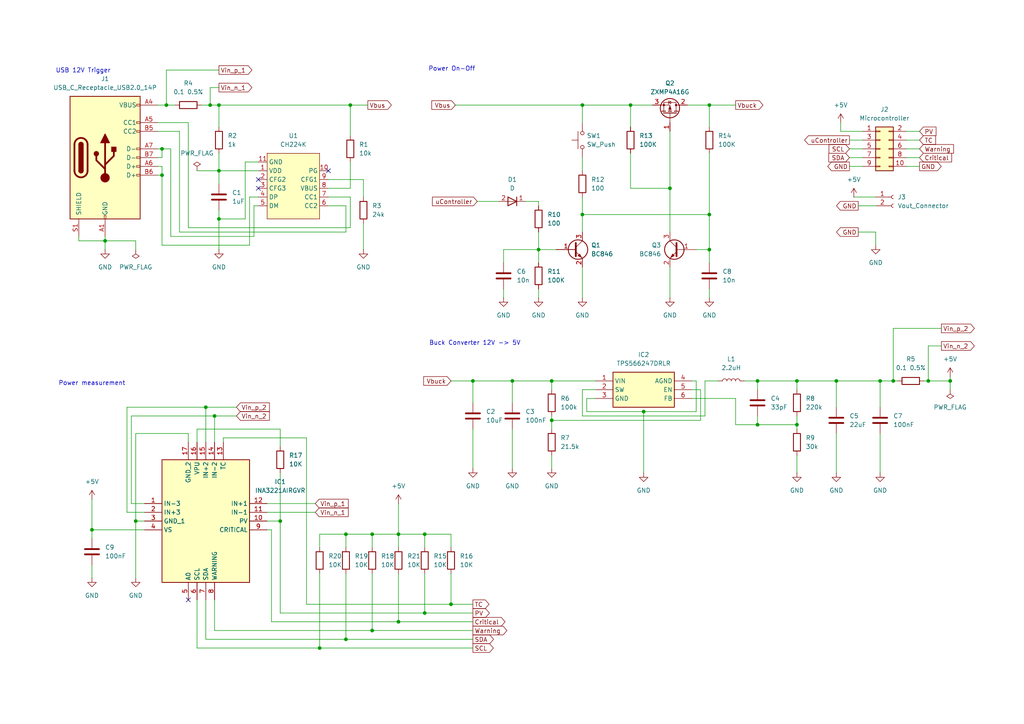
<source format=kicad_sch>
(kicad_sch (version 20231120) (generator "eeschema") (generator_version "8.0")
  (paper "A4")
  (lib_symbols
    (symbol "Connector:Conn_01x02_Socket" (pin_names (offset 1.016) hide)
      (property "Reference" "J" (at 0 2.54 0))
      (property "Value" "Conn_01x02_Socket" (at 0 -5.08 0))
      (symbol "Conn_01x02_Socket_1_1"
        (arc (start 0 -2.032) (mid -0.5058 -2.54) (end 0 -3.048) (stroke (width 0.1524)))
        (polyline (pts (xy -1.27 -2.54) (xy -0.508 -2.54)) (stroke (width 0.1524)))
        (polyline (pts (xy -1.27 0) (xy -0.508 0)) (stroke (width 0.1524)))
        (arc (start 0 0.508) (mid -0.5058 0) (end 0 -0.508) (stroke (width 0.1524)))
        (pin passive line (at -5.08 0 0) (length 3.81) (name "Pin_1") (number "1"))
        (pin passive line (at -5.08 -2.54 0) (length 3.81) (name "Pin_2") (number "2"))
      )
    )
    (symbol "Connector:USB_C_Receptacle_USB2.0_14P" (pin_names (offset 1.016))
      (property "Reference" "J" (at 0 22.225 0))
      (property "Value" "USB_C_Receptacle_USB2.0_14P" (at 0 19.685 0))
      (symbol "USB_C_Receptacle_USB2.0_14P_0_0"
        (rectangle (start -0.254 -17.78) (end 0.254 -16.764))
        (rectangle (start 10.16 -4.826) (end 9.144 -5.334))
        (rectangle (start 10.16 -2.286) (end 9.144 -2.794))
        (rectangle (start 10.16 0.254) (end 9.144 -0.254))
        (rectangle (start 10.16 2.794) (end 9.144 2.286))
        (rectangle (start 10.16 7.874) (end 9.144 7.366))
        (rectangle (start 10.16 10.414) (end 9.144 9.906))
        (rectangle (start 10.16 15.494) (end 9.144 14.986))
      )
      (symbol "USB_C_Receptacle_USB2.0_14P_0_1"
        (rectangle (start -10.16 17.78) (end 10.16 -17.78) (stroke (width 0.254)) (fill (type background)))
        (arc (start -8.89 -3.81) (mid -6.985 -5.7067) (end -5.08 -3.81) (stroke (width 0.508)))
        (arc (start -7.62 -3.81) (mid -6.985 -4.4423) (end -6.35 -3.81) (stroke (width 0.254)))
        (arc (start -7.62 -3.81) (mid -6.985 -4.4423) (end -6.35 -3.81) (stroke (width 0.254)) (fill (type outline)))
        (rectangle (start -7.62 -3.81) (end -6.35 3.81) (stroke (width 0.254)) (fill (type outline)))
        (arc (start -6.35 3.81) (mid -6.985 4.4423) (end -7.62 3.81) (stroke (width 0.254)))
        (arc (start -6.35 3.81) (mid -6.985 4.4423) (end -7.62 3.81) (stroke (width 0.254)) (fill (type outline)))
        (arc (start -5.08 3.81) (mid -6.985 5.7067) (end -8.89 3.81) (stroke (width 0.508)))
        (circle (center -2.54 1.143) (radius 0.635) (stroke (width 0.254)) (fill (type outline)))
        (circle (center 0 -5.842) (radius 1.27) (fill (type outline)))
        (polyline (pts (xy -8.89 -3.81) (xy -8.89 3.81)) (stroke (width 0.508)))
        (polyline (pts (xy -5.08 3.81) (xy -5.08 -3.81)) (stroke (width 0.508)))
        (polyline (pts (xy 0 -5.842) (xy 0 4.318)) (stroke (width 0.508)))
        (polyline (pts (xy 0 -3.302) (xy -2.54 -0.762) (xy -2.54 0.508)) (stroke (width 0.508)))
        (polyline (pts (xy 0 -2.032) (xy 2.54 0.508) (xy 2.54 1.778)) (stroke (width 0.508)))
        (polyline (pts (xy -1.27 4.318) (xy 0 6.858) (xy 1.27 4.318) (xy -1.27 4.318)) (stroke (width 0.254)) (fill (type outline)))
        (rectangle (start 1.905 1.778) (end 3.175 3.048) (stroke (width 0.254)) (fill (type outline)))
      )
      (symbol "USB_C_Receptacle_USB2.0_14P_1_1"
        (pin passive line (at 0 -22.86 90) (length 5.08) (name "GND") (number "A1"))
        (pin passive line (at 0 -22.86 90) (length 5.08) hide (name "GND") (number "A12"))
        (pin passive line (at 15.24 15.24 180) (length 5.08) (name "VBUS") (number "A4"))
        (pin bidirectional line (at 15.24 10.16 180) (length 5.08) (name "CC1") (number "A5"))
        (pin bidirectional line (at 15.24 -2.54 180) (length 5.08) (name "D+") (number "A6"))
        (pin bidirectional line (at 15.24 2.54 180) (length 5.08) (name "D-") (number "A7"))
        (pin passive line (at 15.24 15.24 180) (length 5.08) hide (name "VBUS") (number "A9"))
        (pin passive line (at 0 -22.86 90) (length 5.08) hide (name "GND") (number "B1"))
        (pin passive line (at 0 -22.86 90) (length 5.08) hide (name "GND") (number "B12"))
        (pin passive line (at 15.24 15.24 180) (length 5.08) hide (name "VBUS") (number "B4"))
        (pin bidirectional line (at 15.24 7.62 180) (length 5.08) (name "CC2") (number "B5"))
        (pin bidirectional line (at 15.24 -5.08 180) (length 5.08) (name "D+") (number "B6"))
        (pin bidirectional line (at 15.24 0 180) (length 5.08) (name "D-") (number "B7"))
        (pin passive line (at 15.24 15.24 180) (length 5.08) hide (name "VBUS") (number "B9"))
        (pin passive line (at -7.62 -22.86 90) (length 5.08) (name "SHIELD") (number "S1"))
      )
    )
    (symbol "Connector_Generic:Conn_02x05_Odd_Even" (pin_names (offset 1.016) hide)
      (property "Reference" "J" (at 1.27 7.62 0))
      (property "Value" "Conn_02x05_Odd_Even" (at 1.27 -7.62 0))
      (symbol "Conn_02x05_Odd_Even_1_1"
        (rectangle (start -1.27 -4.953) (end 0 -5.207) (stroke (width 0.1524)))
        (rectangle (start -1.27 -2.413) (end 0 -2.667) (stroke (width 0.1524)))
        (rectangle (start -1.27 0.127) (end 0 -0.127) (stroke (width 0.1524)))
        (rectangle (start -1.27 2.667) (end 0 2.413) (stroke (width 0.1524)))
        (rectangle (start -1.27 5.207) (end 0 4.953) (stroke (width 0.1524)))
        (rectangle (start -1.27 6.35) (end 3.81 -6.35) (stroke (width 0.254)) (fill (type background)))
        (rectangle (start 3.81 -4.953) (end 2.54 -5.207) (stroke (width 0.1524)))
        (rectangle (start 3.81 -2.413) (end 2.54 -2.667) (stroke (width 0.1524)))
        (rectangle (start 3.81 0.127) (end 2.54 -0.127) (stroke (width 0.1524)))
        (rectangle (start 3.81 2.667) (end 2.54 2.413) (stroke (width 0.1524)))
        (rectangle (start 3.81 5.207) (end 2.54 4.953) (stroke (width 0.1524)))
        (pin passive line (at -5.08 5.08 0) (length 3.81) (name "Pin_1") (number "1"))
        (pin passive line (at 7.62 -5.08 180) (length 3.81) (name "Pin_10") (number "10"))
        (pin passive line (at 7.62 5.08 180) (length 3.81) (name "Pin_2") (number "2"))
        (pin passive line (at -5.08 2.54 0) (length 3.81) (name "Pin_3") (number "3"))
        (pin passive line (at 7.62 2.54 180) (length 3.81) (name "Pin_4") (number "4"))
        (pin passive line (at -5.08 0 0) (length 3.81) (name "Pin_5") (number "5"))
        (pin passive line (at 7.62 0 180) (length 3.81) (name "Pin_6") (number "6"))
        (pin passive line (at -5.08 -2.54 0) (length 3.81) (name "Pin_7") (number "7"))
        (pin passive line (at 7.62 -2.54 180) (length 3.81) (name "Pin_8") (number "8"))
        (pin passive line (at -5.08 -5.08 0) (length 3.81) (name "Pin_9") (number "9"))
      )
    )
    (symbol "Device:C" (pin_numbers hide) (pin_names (offset 0.254))
      (property "Reference" "C" (at 0.635 2.54 0))
      (property "Value" "C" (at 0.635 -2.54 0))
      (symbol "C_0_1"
        (polyline (pts (xy -2.032 -0.762) (xy 2.032 -0.762)) (stroke (width 0.508)))
        (polyline (pts (xy -2.032 0.762) (xy 2.032 0.762)) (stroke (width 0.508)))
      )
      (symbol "C_1_1"
        (pin passive line (at 0 3.81 270) (length 2.794) (name "~") (number "1"))
        (pin passive line (at 0 -3.81 90) (length 2.794) (name "~") (number "2"))
      )
    )
    (symbol "Device:L" (pin_numbers hide) (pin_names (offset 1.016) hide)
      (property "Reference" "L" (at -1.27 0 90))
      (property "Value" "L" (at 1.905 0 90))
      (symbol "L_0_1"
        (arc (start 0 -2.54) (mid 0.6323 -1.905) (end 0 -1.27))
        (arc (start 0 -1.27) (mid 0.6323 -0.635) (end 0 0))
        (arc (start 0 0) (mid 0.6323 0.635) (end 0 1.27))
        (arc (start 0 1.27) (mid 0.6323 1.905) (end 0 2.54))
      )
      (symbol "L_1_1"
        (pin passive line (at 0 3.81 270) (length 1.27) (name "1") (number "1"))
        (pin passive line (at 0 -3.81 90) (length 1.27) (name "2") (number "2"))
      )
    )
    (symbol "Device:R" (pin_numbers hide) (pin_names (offset 0))
      (property "Reference" "R" (at 2.032 0 90))
      (property "Value" "R" (at 0 0 90))
      (symbol "R_0_1"
        (rectangle (start -1.016 -2.54) (end 1.016 2.54) (stroke (width 0.254)))
      )
      (symbol "R_1_1"
        (pin passive line (at 0 3.81 270) (length 1.27) (name "~") (number "1"))
        (pin passive line (at 0 -3.81 90) (length 1.27) (name "~") (number "2"))
      )
    )
    (symbol "INA3221AIRGVR:INA3221AIRGVR"
      (property "Reference" "IC" (at 31.75 17.78 0))
      (property "Value" "INA3221AIRGVR" (at 31.75 15.24 0))
      (symbol "INA3221AIRGVR_1_1"
        (rectangle (start 5.08 12.7) (end 30.48 -22.86) (stroke (width 0.254)) (fill (type background)))
        (pin passive line (at 0 0 0) (length 5.08) (name "IN-3") (number "1"))
        (pin passive line (at 35.56 -5.08 180) (length 5.08) (name "PV") (number "10"))
        (pin passive line (at 35.56 -2.54 180) (length 5.08) (name "IN-1") (number "11"))
        (pin passive line (at 35.56 0 180) (length 5.08) (name "IN+1") (number "12"))
        (pin passive line (at 22.86 17.78 270) (length 5.08) (name "TC") (number "13"))
        (pin passive line (at 20.32 17.78 270) (length 5.08) (name "IN-2") (number "14"))
        (pin passive line (at 17.78 17.78 270) (length 5.08) (name "IN+2") (number "15"))
        (pin passive line (at 15.24 17.78 270) (length 5.08) (name "VPU") (number "16"))
        (pin passive line (at 12.7 17.78 270) (length 5.08) (name "GND_2") (number "17"))
        (pin passive line (at 0 -2.54 0) (length 5.08) (name "IN+3") (number "2"))
        (pin passive line (at 0 -5.08 0) (length 5.08) (name "GND_1") (number "3"))
        (pin passive line (at 0 -7.62 0) (length 5.08) (name "VS") (number "4"))
        (pin passive line (at 12.7 -27.94 90) (length 5.08) (name "A0") (number "5"))
        (pin passive line (at 15.24 -27.94 90) (length 5.08) (name "SCL") (number "6"))
        (pin passive line (at 17.78 -27.94 90) (length 5.08) (name "SDA") (number "7"))
        (pin passive line (at 20.32 -27.94 90) (length 5.08) (name "WARNING") (number "8"))
        (pin passive line (at 35.56 -7.62 180) (length 5.08) (name "CRITICAL") (number "9"))
      )
    )
    (symbol "Simulation_SPICE:D" (pin_names (offset 1.016) hide)
      (property "Reference" "D" (at 0 2.54 0))
      (property "Value" "D" (at 0 -2.54 0))
      (symbol "D_0_1"
        (polyline (pts (xy -1.27 1.27) (xy -1.27 -1.27)) (stroke (width 0.254)))
        (polyline (pts (xy 1.27 0) (xy -1.27 0)))
        (polyline (pts (xy 1.27 1.27) (xy 1.27 -1.27) (xy -1.27 0) (xy 1.27 1.27)) (stroke (width 0.254)))
      )
      (symbol "D_1_1"
        (pin passive line (at -3.81 0 0) (length 2.54) (name "K") (number "1"))
        (pin passive line (at 3.81 0 180) (length 2.54) (name "A") (number "2"))
      )
    )
    (symbol "Switch:SW_Push" (pin_numbers hide) (pin_names (offset 1.016) hide)
      (property "Reference" "SW" (at 1.27 2.54 0))
      (property "Value" "SW_Push" (at 0 -1.524 0))
      (symbol "SW_Push_0_1"
        (circle (center -2.032 0) (radius 0.508))
        (polyline (pts (xy 0 1.27) (xy 0 3.048)))
        (polyline (pts (xy 2.54 1.27) (xy -2.54 1.27)))
        (circle (center 2.032 0) (radius 0.508))
        (pin passive line (at -5.08 0 0) (length 2.54) (name "1") (number "1"))
        (pin passive line (at 5.08 0 180) (length 2.54) (name "2") (number "2"))
      )
    )
    (symbol "TPS566247DRLR:TPS566247DRLR"
      (property "Reference" "IC" (at 24.13 7.62 0))
      (property "Value" "TPS566247DRLR" (at 24.13 5.08 0))
      (symbol "TPS566247DRLR_1_1"
        (rectangle (start 5.08 2.54) (end 22.86 -7.62) (stroke (width 0.254)) (fill (type background)))
        (pin passive line (at 0 0 0) (length 5.08) (name "VIN") (number "1"))
        (pin passive line (at 0 -2.54 0) (length 5.08) (name "SW") (number "2"))
        (pin passive line (at 0 -5.08 0) (length 5.08) (name "GND") (number "3"))
        (pin passive line (at 27.94 0 180) (length 5.08) (name "AGND") (number "4"))
        (pin passive line (at 27.94 -2.54 180) (length 5.08) (name "EN") (number "5"))
        (pin passive line (at 27.94 -5.08 180) (length 5.08) (name "FB") (number "6"))
      )
    )
    (symbol "Transistor_BJT:BC846" (pin_names (offset 0) hide)
      (property "Reference" "Q" (at 5.08 1.905 0))
      (property "Value" "BC846" (at 5.08 0 0))
      (symbol "BC846_0_1"
        (polyline (pts (xy 0.635 0.635) (xy 2.54 2.54)))
        (polyline (pts (xy 0.635 -0.635) (xy 2.54 -2.54) (xy 2.54 -2.54)))
        (polyline (pts (xy 0.635 1.905) (xy 0.635 -1.905) (xy 0.635 -1.905)) (stroke (width 0.508)))
        (polyline (pts (xy 1.27 -1.778) (xy 1.778 -1.27) (xy 2.286 -2.286) (xy 1.27 -1.778) (xy 1.27 -1.778)) (fill (type outline)))
        (circle (center 1.27 0) (radius 2.8194) (stroke (width 0.254)))
      )
      (symbol "BC846_1_1"
        (pin input line (at -5.08 0 0) (length 5.715) (name "B") (number "1"))
        (pin passive line (at 2.54 -5.08 90) (length 2.54) (name "E") (number "2"))
        (pin passive line (at 2.54 5.08 270) (length 2.54) (name "C") (number "3"))
      )
    )
    (symbol "Transistor_FET:ZXMP4A16G" (pin_names hide)
      (property "Reference" "Q" (at 5.08 1.905 0))
      (property "Value" "ZXMP4A16G" (at 5.08 0 0))
      (symbol "ZXMP4A16G_0_1"
        (polyline (pts (xy 0.254 0) (xy -2.54 0)))
        (polyline (pts (xy 0.254 1.905) (xy 0.254 -1.905)) (stroke (width 0.254)))
        (polyline (pts (xy 0.762 -1.27) (xy 0.762 -2.286)) (stroke (width 0.254)))
        (polyline (pts (xy 0.762 0.508) (xy 0.762 -0.508)) (stroke (width 0.254)))
        (polyline (pts (xy 0.762 2.286) (xy 0.762 1.27)) (stroke (width 0.254)))
        (polyline (pts (xy 2.54 2.54) (xy 2.54 1.778)))
        (polyline (pts (xy 2.54 -2.54) (xy 2.54 0) (xy 0.762 0)))
        (polyline (pts (xy 0.762 1.778) (xy 3.302 1.778) (xy 3.302 -1.778) (xy 0.762 -1.778)))
        (polyline (pts (xy 2.286 0) (xy 1.27 0.381) (xy 1.27 -0.381) (xy 2.286 0)) (fill (type outline)))
        (polyline (pts (xy 2.794 -0.508) (xy 2.921 -0.381) (xy 3.683 -0.381) (xy 3.81 -0.254)))
        (polyline (pts (xy 3.302 -0.381) (xy 2.921 0.254) (xy 3.683 0.254) (xy 3.302 -0.381)))
        (circle (center 1.651 0) (radius 2.794) (stroke (width 0.254)))
        (circle (center 2.54 -1.778) (radius 0.254) (fill (type outline)))
        (circle (center 2.54 1.778) (radius 0.254) (fill (type outline)))
      )
      (symbol "ZXMP4A16G_1_1"
        (pin input line (at -5.08 0 0) (length 2.54) (name "G") (number "1"))
        (pin passive line (at 2.54 5.08 270) (length 2.54) (name "D") (number "2"))
        (pin passive line (at 2.54 -5.08 90) (length 2.54) (name "S") (number "3"))
      )
    )
    (symbol "power:+5V" (power) (pin_numbers hide) (pin_names (offset 0) hide)
      (property "Value" "+5V" (at 0 3.556 0))
      (symbol "+5V_0_1"
        (polyline (pts (xy -0.762 1.27) (xy 0 2.54)))
        (polyline (pts (xy 0 0) (xy 0 2.54)))
        (polyline (pts (xy 0 2.54) (xy 0.762 1.27)))
      )
      (symbol "+5V_1_1"
        (pin power_in line (at 0 0 90) (length 0) (name "~") (number "1"))
      )
    )
    (symbol "power:GND" (power) (pin_numbers hide) (pin_names (offset 0) hide)
      (property "Value" "GND" (at 0 -3.81 0))
      (symbol "GND_0_1"
        (polyline (pts (xy 0 0) (xy 0 -1.27) (xy 1.27 -1.27) (xy 0 -2.54) (xy -1.27 -1.27) (xy 0 -1.27)))
      )
      (symbol "GND_1_1"
        (pin power_in line (at 0 0 270) (length 0) (name "~") (number "1"))
      )
    )
    (symbol "power:PWR_FLAG" (power) (pin_numbers hide) (pin_names (offset 0) hide)
      (property "Value" "PWR_FLAG" (at 0 3.81 0))
      (symbol "PWR_FLAG_0_0"
        (pin power_out line (at 0 0 90) (length 0) (name "~") (number "1"))
      )
      (symbol "PWR_FLAG_0_1"
        (polyline (pts (xy 0 0) (xy 0 1.27) (xy -1.016 1.905) (xy 0 2.54) (xy 1.016 1.905) (xy 0 1.27)))
      )
    )
    (symbol "wch_mcu_peripheral:CH224K"
      (property "Reference" "U" (at 0 -10.16 0))
      (property "Value" "CH224K" (at 5.08 -11.43 0))
      (symbol "CH224K_0_1"
        (rectangle (start -7.62 10.16) (end 7.62 -8.89) (fill (type background)))
      )
      (symbol "CH224K_1_1"
        (pin power_in line (at -10.16 5.08 0) (length 2.54) (name "VDD") (number "1"))
        (pin output line (at 10.16 5.08 180) (length 2.54) (name "PG") (number "10"))
        (pin power_in line (at -10.16 7.62 0) (length 2.54) (name "GND") (number "11"))
        (pin input line (at -10.16 2.54 0) (length 2.54) (name "CFG2") (number "2"))
        (pin input line (at -10.16 0 0) (length 2.54) (name "CFG3") (number "3"))
        (pin bidirectional line (at -10.16 -2.54 0) (length 2.54) (name "DP") (number "4"))
        (pin bidirectional line (at -10.16 -5.08 0) (length 2.54) (name "DM") (number "5"))
        (pin bidirectional line (at 10.16 -5.08 180) (length 2.54) (name "CC2") (number "6"))
        (pin bidirectional line (at 10.16 -2.54 180) (length 2.54) (name "CC1") (number "7"))
        (pin input line (at 10.16 0 180) (length 2.54) (name "VBUS") (number "8"))
        (pin input line (at 10.16 2.54 180) (length 2.54) (name "CFG1") (number "9"))
      )
    )
  )
  (junction (at 107.95 182.88))
  (junction (at 182.88 30.48))
  (junction (at 168.91 62.23))
  (junction (at 60.96 30.48))
  (junction (at 160.02 121.92))
  (junction (at 269.24 110.49))
  (junction (at 92.71 187.96))
  (junction (at 130.81 175.26))
  (junction (at 101.6 30.48))
  (junction (at 156.21 72.39))
  (junction (at 62.23 120.65))
  (junction (at 100.33 154.94))
  (junction (at 115.57 180.34))
  (junction (at 205.74 62.23))
  (junction (at 194.31 54.61))
  (junction (at 186.69 119.38))
  (junction (at 205.74 72.39))
  (junction (at 100.33 185.42))
  (junction (at 231.14 123.19))
  (junction (at 205.74 30.48))
  (junction (at 160.02 110.49))
  (junction (at 46.99 50.8))
  (junction (at 81.28 151.13))
  (junction (at 137.16 110.49))
  (junction (at 115.57 154.94))
  (junction (at 231.14 110.49))
  (junction (at 168.91 30.48))
  (junction (at 63.5 30.48))
  (junction (at 39.37 151.13))
  (junction (at 259.08 110.49))
  (junction (at 30.48 69.85))
  (junction (at 107.95 154.94))
  (junction (at 63.5 63.5))
  (junction (at 63.5 49.53))
  (junction (at 59.69 118.11))
  (junction (at 219.71 110.49))
  (junction (at 148.59 110.49))
  (junction (at 219.71 123.19))
  (junction (at 46.99 43.18))
  (junction (at 275.59 110.49))
  (junction (at 255.27 110.49))
  (junction (at 26.67 153.67))
  (junction (at 123.19 177.8))
  (junction (at 242.57 110.49))
  (junction (at 48.26 30.48))
  (junction (at 123.19 154.94))
  (no_connect (at 54.61 173.99))
  (no_connect (at 74.93 54.61))
  (no_connect (at 74.93 52.07))
  (no_connect (at 95.25 49.53))
  (wire (pts (xy 246.38 43.18) (xy 250.19 43.18)))
  (wire (pts (xy 231.14 120.65) (xy 231.14 123.19)))
  (wire (pts (xy 219.71 110.49) (xy 231.14 110.49)))
  (wire (pts (xy 77.47 146.05) (xy 91.44 146.05)))
  (wire (pts (xy 231.14 110.49) (xy 231.14 113.03)))
  (wire (pts (xy 200.66 110.49) (xy 201.93 110.49)))
  (wire (pts (xy 267.97 110.49) (xy 269.24 110.49)))
  (wire (pts (xy 26.67 153.67) (xy 41.91 153.67)))
  (wire (pts (xy 115.57 180.34) (xy 137.16 180.34)))
  (wire (pts (xy 68.58 118.11) (xy 59.69 118.11)))
  (wire (pts (xy 100.33 154.94) (xy 92.71 154.94)))
  (wire (pts (xy 72.39 71.12) (xy 72.39 57.15)))
  (wire (pts (xy 45.72 43.18) (xy 46.99 43.18)))
  (wire (pts (xy 49.53 68.58) (xy 73.66 68.58)))
  (wire (pts (xy 160.02 110.49) (xy 172.72 110.49)))
  (wire (pts (xy 137.16 110.49) (xy 148.59 110.49)))
  (wire (pts (xy 199.39 30.48) (xy 205.74 30.48)))
  (wire (pts (xy 49.53 43.18) (xy 49.53 68.58)))
  (wire (pts (xy 255.27 110.49) (xy 242.57 110.49)))
  (wire (pts (xy 100.33 166.37) (xy 100.33 185.42)))
  (wire (pts (xy 106.68 30.48) (xy 101.6 30.48)))
  (wire (pts (xy 231.14 123.19) (xy 219.71 123.19)))
  (wire (pts (xy 38.1 120.65) (xy 62.23 120.65)))
  (wire (pts (xy 57.15 124.46) (xy 81.28 124.46)))
  (wire (pts (xy 45.72 38.1) (xy 52.07 38.1)))
  (wire (pts (xy 186.69 119.38) (xy 170.18 119.38)))
  (wire (pts (xy 170.18 119.38) (xy 170.18 115.57)))
  (wire (pts (xy 101.6 66.04) (xy 101.6 57.15)))
  (wire (pts (xy 168.91 62.23) (xy 168.91 67.31)))
  (wire (pts (xy 203.2 121.92) (xy 160.02 121.92)))
  (wire (pts (xy 255.27 110.49) (xy 259.08 110.49)))
  (wire (pts (xy 63.5 20.32) (xy 48.26 20.32)))
  (wire (pts (xy 36.83 118.11) (xy 59.69 118.11)))
  (wire (pts (xy 201.93 72.39) (xy 205.74 72.39)))
  (wire (pts (xy 95.25 54.61) (xy 101.6 54.61)))
  (wire (pts (xy 130.81 154.94) (xy 123.19 154.94)))
  (wire (pts (xy 107.95 166.37) (xy 107.95 182.88)))
  (wire (pts (xy 243.84 38.1) (xy 243.84 35.56)))
  (wire (pts (xy 63.5 63.5) (xy 63.5 72.39)))
  (wire (pts (xy 59.69 173.99) (xy 59.69 185.42)))
  (wire (pts (xy 168.91 30.48) (xy 182.88 30.48)))
  (wire (pts (xy 30.48 68.58) (xy 30.48 69.85)))
  (wire (pts (xy 168.91 77.47) (xy 168.91 86.36)))
  (wire (pts (xy 168.91 57.15) (xy 168.91 62.23)))
  (wire (pts (xy 63.5 60.96) (xy 63.5 63.5)))
  (wire (pts (xy 63.5 25.4) (xy 60.96 25.4)))
  (wire (pts (xy 46.99 50.8) (xy 46.99 71.12)))
  (wire (pts (xy 182.88 30.48) (xy 182.88 36.83)))
  (wire (pts (xy 200.66 115.57) (xy 213.36 115.57)))
  (wire (pts (xy 41.91 146.05) (xy 38.1 146.05)))
  (wire (pts (xy 78.74 180.34) (xy 115.57 180.34)))
  (wire (pts (xy 60.96 25.4) (xy 60.96 30.48)))
  (wire (pts (xy 248.92 67.31) (xy 254 67.31)))
  (wire (pts (xy 156.21 67.31) (xy 156.21 72.39)))
  (wire (pts (xy 88.9 127) (xy 88.9 175.26)))
  (wire (pts (xy 73.66 68.58) (xy 73.66 59.69)))
  (wire (pts (xy 39.37 72.39) (xy 39.37 69.85)))
  (wire (pts (xy 36.83 148.59) (xy 36.83 118.11)))
  (wire (pts (xy 77.47 151.13) (xy 81.28 151.13)))
  (wire (pts (xy 38.1 146.05) (xy 38.1 120.65)))
  (wire (pts (xy 168.91 120.65) (xy 168.91 113.03)))
  (wire (pts (xy 130.81 166.37) (xy 130.81 175.26)))
  (wire (pts (xy 275.59 110.49) (xy 275.59 113.03)))
  (wire (pts (xy 30.48 69.85) (xy 30.48 72.39)))
  (wire (pts (xy 194.31 54.61) (xy 194.31 67.31)))
  (wire (pts (xy 101.6 57.15) (xy 95.25 57.15)))
  (wire (pts (xy 63.5 44.45) (xy 63.5 49.53)))
  (wire (pts (xy 46.99 48.26) (xy 46.99 50.8)))
  (wire (pts (xy 273.05 100.33) (xy 269.24 100.33)))
  (wire (pts (xy 123.19 154.94) (xy 115.57 154.94)))
  (wire (pts (xy 242.57 110.49) (xy 231.14 110.49)))
  (wire (pts (xy 259.08 95.25) (xy 259.08 110.49)))
  (wire (pts (xy 62.23 173.99) (xy 62.23 182.88)))
  (wire (pts (xy 62.23 120.65) (xy 68.58 120.65)))
  (wire (pts (xy 130.81 158.75) (xy 130.81 154.94)))
  (wire (pts (xy 26.67 153.67) (xy 26.67 156.21)))
  (wire (pts (xy 63.5 30.48) (xy 63.5 36.83)))
  (wire (pts (xy 100.33 59.69) (xy 100.33 67.31)))
  (wire (pts (xy 246.38 45.72) (xy 250.19 45.72)))
  (wire (pts (xy 248.92 59.69) (xy 254 59.69)))
  (wire (pts (xy 194.31 38.1) (xy 194.31 54.61)))
  (wire (pts (xy 48.26 20.32) (xy 48.26 30.48)))
  (wire (pts (xy 146.05 83.82) (xy 146.05 86.36)))
  (wire (pts (xy 182.88 44.45) (xy 182.88 54.61)))
  (wire (pts (xy 54.61 66.04) (xy 101.6 66.04)))
  (wire (pts (xy 72.39 57.15) (xy 74.93 57.15)))
  (wire (pts (xy 194.31 77.47) (xy 194.31 86.36)))
  (wire (pts (xy 269.24 100.33) (xy 269.24 110.49)))
  (wire (pts (xy 73.66 59.69) (xy 74.93 59.69)))
  (wire (pts (xy 92.71 187.96) (xy 137.16 187.96)))
  (wire (pts (xy 205.74 44.45) (xy 205.74 62.23)))
  (wire (pts (xy 146.05 72.39) (xy 156.21 72.39)))
  (wire (pts (xy 81.28 177.8) (xy 123.19 177.8)))
  (wire (pts (xy 254 67.31) (xy 254 71.12)))
  (wire (pts (xy 215.9 110.49) (xy 219.71 110.49)))
  (wire (pts (xy 137.16 116.84) (xy 137.16 110.49)))
  (wire (pts (xy 138.43 58.42) (xy 144.78 58.42)))
  (wire (pts (xy 92.71 154.94) (xy 92.71 158.75)))
  (wire (pts (xy 41.91 148.59) (xy 36.83 148.59)))
  (wire (pts (xy 156.21 72.39) (xy 156.21 76.2)))
  (wire (pts (xy 160.02 113.03) (xy 160.02 110.49)))
  (wire (pts (xy 255.27 110.49) (xy 255.27 118.11)))
  (wire (pts (xy 101.6 46.99) (xy 101.6 54.61)))
  (wire (pts (xy 39.37 125.73) (xy 54.61 125.73)))
  (wire (pts (xy 152.4 58.42) (xy 156.21 58.42)))
  (wire (pts (xy 54.61 128.27) (xy 54.61 125.73)))
  (wire (pts (xy 132.08 30.48) (xy 168.91 30.48)))
  (wire (pts (xy 105.41 52.07) (xy 105.41 57.15)))
  (wire (pts (xy 200.66 113.03) (xy 203.2 113.03)))
  (wire (pts (xy 203.2 113.03) (xy 203.2 121.92)))
  (wire (pts (xy 262.89 43.18) (xy 266.7 43.18)))
  (wire (pts (xy 246.38 48.26) (xy 250.19 48.26)))
  (wire (pts (xy 64.77 127) (xy 88.9 127)))
  (wire (pts (xy 269.24 110.49) (xy 275.59 110.49)))
  (wire (pts (xy 242.57 110.49) (xy 242.57 118.11)))
  (wire (pts (xy 59.69 185.42) (xy 100.33 185.42)))
  (wire (pts (xy 243.84 38.1) (xy 250.19 38.1)))
  (wire (pts (xy 45.72 50.8) (xy 46.99 50.8)))
  (wire (pts (xy 81.28 151.13) (xy 81.28 177.8)))
  (wire (pts (xy 242.57 125.73) (xy 242.57 137.16)))
  (wire (pts (xy 115.57 166.37) (xy 115.57 180.34)))
  (wire (pts (xy 100.33 67.31) (xy 52.07 67.31)))
  (wire (pts (xy 62.23 182.88) (xy 107.95 182.88)))
  (wire (pts (xy 45.72 45.72) (xy 46.99 45.72)))
  (wire (pts (xy 115.57 158.75) (xy 115.57 154.94)))
  (wire (pts (xy 205.74 83.82) (xy 205.74 86.36)))
  (wire (pts (xy 219.71 110.49) (xy 219.71 113.03)))
  (wire (pts (xy 71.12 46.99) (xy 71.12 63.5)))
  (wire (pts (xy 107.95 154.94) (xy 115.57 154.94)))
  (wire (pts (xy 100.33 59.69) (xy 95.25 59.69)))
  (wire (pts (xy 262.89 45.72) (xy 266.7 45.72)))
  (wire (pts (xy 62.23 120.65) (xy 62.23 128.27)))
  (wire (pts (xy 182.88 30.48) (xy 189.23 30.48)))
  (wire (pts (xy 63.5 30.48) (xy 101.6 30.48)))
  (wire (pts (xy 64.77 128.27) (xy 64.77 127)))
  (wire (pts (xy 182.88 54.61) (xy 194.31 54.61)))
  (wire (pts (xy 45.72 48.26) (xy 46.99 48.26)))
  (wire (pts (xy 107.95 154.94) (xy 107.95 158.75)))
  (wire (pts (xy 22.86 68.58) (xy 22.86 69.85)))
  (wire (pts (xy 247.65 57.15) (xy 254 57.15)))
  (wire (pts (xy 130.81 110.49) (xy 137.16 110.49)))
  (wire (pts (xy 146.05 76.2) (xy 146.05 72.39)))
  (wire (pts (xy 123.19 158.75) (xy 123.19 154.94)))
  (wire (pts (xy 58.42 30.48) (xy 60.96 30.48)))
  (wire (pts (xy 48.26 30.48) (xy 50.8 30.48)))
  (wire (pts (xy 100.33 185.42) (xy 137.16 185.42)))
  (wire (pts (xy 57.15 173.99) (xy 57.15 187.96)))
  (wire (pts (xy 160.02 121.92) (xy 160.02 120.65)))
  (wire (pts (xy 57.15 187.96) (xy 92.71 187.96)))
  (wire (pts (xy 255.27 125.73) (xy 255.27 137.16)))
  (wire (pts (xy 22.86 69.85) (xy 30.48 69.85)))
  (wire (pts (xy 100.33 154.94) (xy 100.33 158.75)))
  (wire (pts (xy 63.5 49.53) (xy 63.5 53.34)))
  (wire (pts (xy 201.93 110.49) (xy 201.93 119.38)))
  (wire (pts (xy 26.67 163.83) (xy 26.67 167.64)))
  (wire (pts (xy 123.19 166.37) (xy 123.19 177.8)))
  (wire (pts (xy 231.14 123.19) (xy 231.14 124.46)))
  (wire (pts (xy 204.47 120.65) (xy 168.91 120.65)))
  (wire (pts (xy 105.41 64.77) (xy 105.41 72.39)))
  (wire (pts (xy 219.71 123.19) (xy 213.36 123.19)))
  (wire (pts (xy 170.18 115.57) (xy 172.72 115.57)))
  (wire (pts (xy 52.07 67.31) (xy 52.07 38.1)))
  (wire (pts (xy 168.91 45.72) (xy 168.91 49.53)))
  (wire (pts (xy 81.28 137.16) (xy 81.28 151.13)))
  (wire (pts (xy 57.15 128.27) (xy 57.15 124.46)))
  (wire (pts (xy 168.91 113.03) (xy 172.72 113.03)))
  (wire (pts (xy 39.37 151.13) (xy 39.37 167.64)))
  (wire (pts (xy 54.61 35.56) (xy 54.61 66.04)))
  (wire (pts (xy 231.14 132.08) (xy 231.14 137.16)))
  (wire (pts (xy 39.37 125.73) (xy 39.37 151.13)))
  (wire (pts (xy 213.36 115.57) (xy 213.36 123.19)))
  (wire (pts (xy 46.99 45.72) (xy 46.99 43.18)))
  (wire (pts (xy 148.59 124.46) (xy 148.59 135.89)))
  (wire (pts (xy 246.38 40.64) (xy 250.19 40.64)))
  (wire (pts (xy 77.47 148.59) (xy 91.44 148.59)))
  (wire (pts (xy 219.71 120.65) (xy 219.71 123.19)))
  (wire (pts (xy 100.33 154.94) (xy 107.95 154.94)))
  (wire (pts (xy 63.5 49.53) (xy 74.93 49.53)))
  (wire (pts (xy 130.81 175.26) (xy 137.16 175.26)))
  (wire (pts (xy 156.21 83.82) (xy 156.21 86.36)))
  (wire (pts (xy 156.21 58.42) (xy 156.21 59.69)))
  (wire (pts (xy 205.74 30.48) (xy 205.74 36.83)))
  (wire (pts (xy 57.15 49.53) (xy 63.5 49.53)))
  (wire (pts (xy 77.47 153.67) (xy 78.74 153.67)))
  (wire (pts (xy 92.71 166.37) (xy 92.71 187.96)))
  (wire (pts (xy 78.74 153.67) (xy 78.74 180.34)))
  (wire (pts (xy 204.47 110.49) (xy 208.28 110.49)))
  (wire (pts (xy 46.99 71.12) (xy 72.39 71.12)))
  (wire (pts (xy 148.59 116.84) (xy 148.59 110.49)))
  (wire (pts (xy 262.89 40.64) (xy 266.7 40.64)))
  (wire (pts (xy 262.89 38.1) (xy 266.7 38.1)))
  (wire (pts (xy 60.96 30.48) (xy 63.5 30.48)))
  (wire (pts (xy 123.19 177.8) (xy 137.16 177.8)))
  (wire (pts (xy 88.9 175.26) (xy 130.81 175.26)))
  (wire (pts (xy 46.99 43.18) (xy 49.53 43.18)))
  (wire (pts (xy 148.59 110.49) (xy 160.02 110.49)))
  (wire (pts (xy 205.74 72.39) (xy 205.74 76.2)))
  (wire (pts (xy 45.72 35.56) (xy 54.61 35.56)))
  (wire (pts (xy 137.16 124.46) (xy 137.16 135.89)))
  (wire (pts (xy 107.95 182.88) (xy 137.16 182.88)))
  (wire (pts (xy 39.37 151.13) (xy 41.91 151.13)))
  (wire (pts (xy 101.6 30.48) (xy 101.6 39.37)))
  (wire (pts (xy 168.91 62.23) (xy 205.74 62.23)))
  (wire (pts (xy 95.25 52.07) (xy 105.41 52.07)))
  (wire (pts (xy 205.74 30.48) (xy 213.36 30.48)))
  (wire (pts (xy 205.74 62.23) (xy 205.74 72.39)))
  (wire (pts (xy 39.37 69.85) (xy 30.48 69.85)))
  (wire (pts (xy 273.05 95.25) (xy 259.08 95.25)))
  (wire (pts (xy 45.72 30.48) (xy 48.26 30.48)))
  (wire (pts (xy 81.28 124.46) (xy 81.28 129.54)))
  (wire (pts (xy 201.93 119.38) (xy 186.69 119.38)))
  (wire (pts (xy 262.89 48.26) (xy 266.7 48.26)))
  (wire (pts (xy 160.02 121.92) (xy 160.02 124.46)))
  (wire (pts (xy 63.5 63.5) (xy 71.12 63.5)))
  (wire (pts (xy 74.93 46.99) (xy 71.12 46.99)))
  (wire (pts (xy 204.47 110.49) (xy 204.47 120.65)))
  (wire (pts (xy 259.08 110.49) (xy 260.35 110.49)))
  (wire (pts (xy 59.69 118.11) (xy 59.69 128.27)))
  (wire (pts (xy 160.02 132.08) (xy 160.02 135.89)))
  (wire (pts (xy 275.59 110.49) (xy 275.59 109.22)))
  (wire (pts (xy 115.57 146.05) (xy 115.57 154.94)))
  (wire (pts (xy 186.69 119.38) (xy 186.69 137.16)))
  (wire (pts (xy 26.67 144.78) (xy 26.67 153.67)))
  (wire (pts (xy 168.91 30.48) (xy 168.91 35.56)))
  (wire (pts (xy 156.21 72.39) (xy 161.29 72.39)))
  (text "Power On-Off" (at 131.064 20.066 0) (effects (font (size 1.27 1.27))))
  (text "USB 12V Trigger" (at 24.13 20.574 0) (effects (font (size 1.27 1.27))))
  (text "Power measurement" (at 26.67 111.252 0) (effects (font (size 1.27 1.27))))
  (text "Buck Converter 12V -> 5V" (at 124.46 100.33 0) (effects (font (size 1.27 1.27)) (justify left bottom)))
  (global_label "GND" (shape output) (at 246.38 48.26 180) (property "Intersheetrefs" "${INTERSHEET_REFS}" (effects (hide yes))))
  (global_label "GND" (shape output) (at 248.92 67.31 180) (property "Intersheetrefs" "${INTERSHEET_REFS}" (effects (hide yes))))
  (global_label "Critical" (shape input) (at 266.7 45.72 0) (property "Intersheetrefs" "${INTERSHEET_REFS}" (effects (hide yes))))
  (global_label "uController" (shape output) (at 246.38 40.64 180) (property "Intersheetrefs" "${INTERSHEET_REFS}" (effects (hide yes))))
  (global_label "Vbuck" (shape input) (at 130.81 110.49 180) (property "Intersheetrefs" "${INTERSHEET_REFS}" (effects (hide yes))))
  (global_label "Vin_n_2" (shape output) (at 273.05 100.33 0) (property "Intersheetrefs" "${INTERSHEET_REFS}" (effects (hide yes))))
  (global_label "Vin_p_2" (shape input) (at 68.58 118.11 0) (property "Intersheetrefs" "${INTERSHEET_REFS}" (effects (hide yes))))
  (global_label "GND" (shape output) (at 266.7 48.26 0) (property "Intersheetrefs" "${INTERSHEET_REFS}" (effects (hide yes))))
  (global_label "uController" (shape input) (at 138.43 58.42 180) (property "Intersheetrefs" "${INTERSHEET_REFS}" (effects (hide yes))))
  (global_label "Warning" (shape input) (at 266.7 43.18 0) (property "Intersheetrefs" "${INTERSHEET_REFS}" (effects (hide yes))))
  (global_label "Vbuck" (shape output) (at 213.36 30.48 0) (property "Intersheetrefs" "${INTERSHEET_REFS}" (effects (hide yes))))
  (global_label "SDA" (shape output) (at 137.16 185.42 0) (property "Intersheetrefs" "${INTERSHEET_REFS}" (effects (hide yes))))
  (global_label "Vin_p_2" (shape output) (at 273.05 95.25 0) (property "Intersheetrefs" "${INTERSHEET_REFS}" (effects (hide yes))))
  (global_label "Vin_n_1" (shape input) (at 91.44 148.59 0) (property "Intersheetrefs" "${INTERSHEET_REFS}" (effects (hide yes))))
  (global_label "SDA" (shape input) (at 246.38 45.72 180) (property "Intersheetrefs" "${INTERSHEET_REFS}" (effects (hide yes))))
  (global_label "TC" (shape output) (at 137.16 175.26 0) (property "Intersheetrefs" "${INTERSHEET_REFS}" (effects (hide yes))))
  (global_label "Vbus" (shape input) (at 132.08 30.48 180) (property "Intersheetrefs" "${INTERSHEET_REFS}" (effects (hide yes))))
  (global_label "SCL" (shape output) (at 137.16 187.96 0) (property "Intersheetrefs" "${INTERSHEET_REFS}" (effects (hide yes))))
  (global_label "Vin_n_2" (shape input) (at 68.58 120.65 0) (property "Intersheetrefs" "${INTERSHEET_REFS}" (effects (hide yes))))
  (global_label "TC" (shape input) (at 266.7 40.64 0) (property "Intersheetrefs" "${INTERSHEET_REFS}" (effects (hide yes))))
  (global_label "PV" (shape input) (at 266.7 38.1 0) (property "Intersheetrefs" "${INTERSHEET_REFS}" (effects (hide yes))))
  (global_label "GND" (shape output) (at 248.92 59.69 180) (property "Intersheetrefs" "${INTERSHEET_REFS}" (effects (hide yes))))
  (global_label "Vin_p_1" (shape input) (at 91.44 146.05 0) (property "Intersheetrefs" "${INTERSHEET_REFS}" (effects (hide yes))))
  (global_label "Vbus" (shape output) (at 106.68 30.48 0) (property "Intersheetrefs" "${INTERSHEET_REFS}" (effects (hide yes))))
  (global_label "Vin_p_1" (shape output) (at 63.5 20.32 0) (property "Intersheetrefs" "${INTERSHEET_REFS}" (effects (hide yes))))
  (global_label "PV" (shape output) (at 137.16 177.8 0) (property "Intersheetrefs" "${INTERSHEET_REFS}" (effects (hide yes))))
  (global_label "Critical" (shape output) (at 137.16 180.34 0) (property "Intersheetrefs" "${INTERSHEET_REFS}" (effects (hide yes))))
  (global_label "Warning" (shape output) (at 137.16 182.88 0) (property "Intersheetrefs" "${INTERSHEET_REFS}" (effects (hide yes))))
  (global_label "Vin_n_1" (shape output) (at 63.5 25.4 0) (property "Intersheetrefs" "${INTERSHEET_REFS}" (effects (hide yes))))
  (global_label "SCL" (shape input) (at 246.38 43.18 180) (property "Intersheetrefs" "${INTERSHEET_REFS}" (effects (hide yes))))
  (symbol (lib_id "power:GND") (at 254 71.12 0) (unit 1)
    (property "Reference" "#PWR021" (effects (hide yes)))
    (property "Value" "GND" (at 254 76.2 0))
    (property "Description" "Power symbol creates a global label with name \"GND\" , ground" (effects (hide yes)))
  )
  (symbol (lib_id "Device:C") (at 255.27 121.92 0) (unit 1)
    (property "Reference" "C7" (at 259.08 120.6499 0) (effects (justify left)))
    (property "Value" "100nF" (at 259.08 123.1899 0) (effects (justify left)))
  )
  (symbol (lib_id "power:GND") (at 242.57 137.16 0) (unit 1)
    (property "Reference" "#PWR014" (effects (hide yes)))
    (property "Value" "GND" (at 242.57 142.24 0))
    (property "Description" "Power symbol creates a global label with name \"GND\" , ground" (effects (hide yes)))
  )
  (symbol (lib_id "Device:R") (at 168.91 53.34 0) (unit 1)
    (property "Reference" "R12" (at 171.45 52.0699 0) (effects (justify left)))
    (property "Value" "100" (at 171.45 54.6099 0) (effects (justify left)))
    (property "Description" "Resistor" (effects (hide yes)))
    (property "Sim.Device" "R" (effects (hide yes)))
    (property "Sim.Pins" "1=+ 2=-" (effects (hide yes)))
  )
  (symbol (lib_id "power:GND") (at 255.27 137.16 0) (unit 1)
    (property "Reference" "#PWR015" (effects (hide yes)))
    (property "Value" "GND" (at 255.27 142.24 0))
    (property "Description" "Power symbol creates a global label with name \"GND\" , ground" (effects (hide yes)))
  )
  (symbol (lib_id "power:GND") (at 194.31 86.36 0) (unit 1)
    (property "Reference" "#PWR07" (effects (hide yes)))
    (property "Value" "GND" (at 194.31 91.44 0))
    (property "Description" "Power symbol creates a global label with name \"GND\" , ground" (effects (hide yes)))
  )
  (symbol (lib_id "power:+5V") (at 26.67 144.78 0) (unit 1)
    (property "Reference" "#PWR019" (effects (hide yes)))
    (property "Value" "+5V" (at 26.67 139.7 0))
    (property "Description" "Power symbol creates a global label with name \"+5V\"" (effects (hide yes)))
  )
  (symbol (lib_id "Simulation_SPICE:D") (at 148.59 58.42 0) (mirror y) (unit 1)
    (property "Reference" "D1" (at 148.59 52.07 0))
    (property "Value" "D" (at 148.59 54.61 0))
    (property "Datasheet" "https://ngspice.sourceforge.io/docs/ngspice-html-manual/manual.xhtml#cha_DIODEs" (effects (hide yes)))
    (property "Description" "Diode for simulation or PCB" (effects (hide yes)))
    (property "Sim.Device" "D" (effects (hide yes)))
    (property "Sim.Pins" "1=K 2=A" (effects (hide yes)))
    (property "Sim.Params" "rs=50m cjo=10p" (effects (hide yes)))
  )
  (symbol (lib_id "Device:R") (at 156.21 80.01 0) (unit 1)
    (property "Reference" "R11" (at 158.75 78.7399 0) (effects (justify left)))
    (property "Value" "100K" (at 158.75 81.2799 0) (effects (justify left)))
    (property "Description" "Resistor" (effects (hide yes)))
  )
  (symbol (lib_id "power:+5V") (at 115.57 146.05 0) (unit 1)
    (property "Reference" "#PWR016" (effects (hide yes)))
    (property "Value" "+5V" (at 115.57 140.97 0))
    (property "Description" "Power symbol creates a global label with name \"+5V\"" (effects (hide yes)))
  )
  (symbol (lib_id "Device:R") (at 107.95 162.56 0) (unit 1)
    (property "Reference" "R18" (at 110.49 161.2899 0) (effects (justify left)))
    (property "Value" "10K" (at 110.49 163.8299 0) (effects (justify left)))
    (property "Description" "Resistor" (effects (hide yes)))
  )
  (symbol (lib_id "wch_mcu_peripheral:CH224K") (at 85.09 54.61 0) (unit 1)
    (property "Reference" "U1" (at 85.09 39.37 0))
    (property "Value" "CH224K" (at 85.09 41.91 0))
    (property "Footprint" "tyk_common:ESSOP-10" (effects (hide yes)))
    (property "Datasheet" "http://www.wch-ic.com/downloads/CH224DS1_PDF.html" (effects (hide yes)))
    (property "Description" "USB PD & Type-C & Fast Charge Power Consumer Controller" (effects (hide yes)))
  )
  (symbol (lib_id "Device:R") (at 231.14 128.27 0) (unit 1)
    (property "Reference" "R9" (at 233.68 126.9999 0) (effects (justify left)))
    (property "Value" "30k" (at 233.68 129.5399 0) (effects (justify left)))
  )
  (symbol (lib_id "Device:R") (at 92.71 162.56 0) (unit 1)
    (property "Reference" "R20" (at 95.25 161.2899 0) (effects (justify left)))
    (property "Value" "10K" (at 95.25 163.8299 0) (effects (justify left)))
    (property "Description" "Resistor" (effects (hide yes)))
  )
  (symbol (lib_id "INA3221AIRGVR:INA3221AIRGVR") (at 41.91 146.05 0) (unit 1)
    (property "Reference" "IC1" (at 81.28 139.7314 0))
    (property "Value" "INA3221AIRGVR" (at 81.28 142.2714 0))
    (property "Footprint" "QFN65P400X400X100-17N-D" (effects (hide yes)))
    (property "Datasheet" "http://www.ti.com/lit/ds/symlink/ina3221.pdf" (effects (hide yes)))
    (property "Description" "26V, Triple, Bi-Directional, Low-/High-Side, I2C Out Current/Voltage Monitor w/Alerts" (effects (hide yes)))
    (property "Height" "1" (effects (hide yes)))
    (property "Manufacturer_Name" "Texas Instruments" (effects (hide yes)))
    (property "Manufacturer_Part_Number" "INA3221AIRGVR" (effects (hide yes)))
    (property "Arrow Part Number" "INA3221AIRGVR" (effects (hide yes)))
    (property "Arrow Price/Stock" "https://www.arrow.com/en/products/ina3221airgvr/texas-instruments?utm_currency=USD&region=nac" (effects (hide yes)))
  )
  (symbol (lib_id "Switch:SW_Push") (at 168.91 40.64 90) (unit 1)
    (property "Reference" "SW1" (at 170.18 39.3699 90) (effects (justify right)))
    (property "Value" "SW_Push" (at 170.18 41.9099 90) (effects (justify right)))
    (property "Footprint" "Connector_PinHeader_1.27mm:PinHeader_1x02_P1.27mm_Vertical" (effects (hide yes)))
    (property "Description" "Push button switch, generic, two pins" (effects (hide yes)))
    (property "Sim.Library" "PushButton\\tswitch.lib" (effects (hide yes)))
    (property "Sim.Name" "tswitch" (effects (hide yes)))
    (property "Sim.Device" "SUBCKT" (effects (hide yes)))
    (property "Sim.Pins" "1=in1 2=in2" (effects (hide yes)))
    (property "Sim.Params" "t1=4000m t2=4300m" (effects (hide yes)))
  )
  (symbol (lib_id "power:GND") (at 231.14 137.16 0) (unit 1)
    (property "Reference" "#PWR013" (effects (hide yes)))
    (property "Value" "GND" (at 231.14 142.24 0))
    (property "Description" "Power symbol creates a global label with name \"GND\" , ground" (effects (hide yes)))
  )
  (symbol (lib_id "Device:R") (at 205.74 40.64 0) (unit 1)
    (property "Reference" "R14" (at 208.28 39.3699 0) (effects (justify left)))
    (property "Value" "100K" (at 208.28 41.9099 0) (effects (justify left)))
    (property "Description" "Resistor" (effects (hide yes)))
  )
  (symbol (lib_id "power:GND") (at 146.05 86.36 0) (unit 1)
    (property "Reference" "#PWR04" (effects (hide yes)))
    (property "Value" "GND" (at 146.05 91.44 0))
    (property "Description" "Power symbol creates a global label with name \"GND\" , ground" (effects (hide yes)))
  )
  (symbol (lib_id "power:PWR_FLAG") (at 39.37 72.39 0) (mirror x) (unit 1)
    (property "Reference" "#FLG01" (effects (hide yes)))
    (property "Value" "PWR_FLAG" (at 39.37 77.47 0))
    (property "Description" "Special symbol for telling ERC where power comes from" (effects (hide yes)))
  )
  (symbol (lib_id "Device:L") (at 212.09 110.49 90) (unit 1)
    (property "Reference" "L1" (at 212.09 104.14 90))
    (property "Value" "2.2uH" (at 212.09 106.68 90))
  )
  (symbol (lib_id "power:GND") (at 137.16 135.89 0) (unit 1)
    (property "Reference" "#PWR09" (effects (hide yes)))
    (property "Value" "GND" (at 137.16 140.97 0))
    (property "Description" "Power symbol creates a global label with name \"GND\" , ground" (effects (hide yes)))
  )
  (symbol (lib_id "Device:C") (at 205.74 80.01 0) (unit 1)
    (property "Reference" "C8" (at 209.55 78.7399 0) (effects (justify left)))
    (property "Value" "10n" (at 209.55 81.2799 0) (effects (justify left)))
    (property "Description" "Unpolarized capacitor" (effects (hide yes)))
  )
  (symbol (lib_id "Device:R") (at 105.41 60.96 0) (unit 1)
    (property "Reference" "R3" (at 107.95 59.6899 0) (effects (justify left)))
    (property "Value" "24k" (at 107.95 62.2299 0) (effects (justify left)))
    (property "Description" "Resistor" (effects (hide yes)))
  )
  (symbol (lib_id "TPS566247DRLR:TPS566247DRLR") (at 172.72 110.49 0) (unit 1)
    (property "Reference" "IC2" (at 186.69 102.87 0))
    (property "Value" "TPS566247DRLR" (at 186.69 105.41 0))
    (property "Footprint" "SOTFL50P160X60-6N" (effects (hide yes)))
    (property "Datasheet" "https://www.ti.com/lit/ds/symlink/tps566247.pdf?ts=1660699623182&ref_url=https%253A%252F%252Fwww.ti.com%252Fproduct%252FTPS566247" (effects (hide yes)))
    (property "Description" "Switching Voltage Regulators 3-V to 16-V input voltage, 6-A FCCM mode, synchronous buck converter in SOT-563 package" (effects (hide yes)))
    (property "Height" "0.6" (effects (hide yes)))
    (property "Manufacturer_Name" "Texas Instruments" (effects (hide yes)))
    (property "Manufacturer_Part_Number" "TPS566247DRLR" (effects (hide yes)))
  )
  (symbol (lib_id "Device:R") (at 100.33 162.56 0) (unit 1)
    (property "Reference" "R19" (at 102.87 161.2899 0) (effects (justify left)))
    (property "Value" "10K" (at 102.87 163.8299 0) (effects (justify left)))
    (property "Description" "Resistor" (effects (hide yes)))
  )
  (symbol (lib_id "power:GND") (at 63.5 72.39 0) (unit 1)
    (property "Reference" "#PWR02" (effects (hide yes)))
    (property "Value" "GND" (at 63.5 77.47 0))
    (property "Description" "Power symbol creates a global label with name \"GND\" , ground" (effects (hide yes)))
  )
  (symbol (lib_id "Device:C") (at 26.67 160.02 0) (unit 1)
    (property "Reference" "C9" (at 30.48 158.7499 0) (effects (justify left)))
    (property "Value" "100nF" (at 30.48 161.2899 0) (effects (justify left)))
  )
  (symbol (lib_id "Device:R") (at 182.88 40.64 0) (unit 1)
    (property "Reference" "R13" (at 185.42 39.3699 0) (effects (justify left)))
    (property "Value" "100K" (at 185.42 41.9099 0) (effects (justify left)))
    (property "Description" "Resistor" (effects (hide yes)))
  )
  (symbol (lib_id "Connector_Generic:Conn_02x05_Odd_Even") (at 255.27 43.18 0) (unit 1)
    (property "Reference" "J2" (at 256.54 31.75 0))
    (property "Value" "Microcontroller" (at 256.54 34.29 0))
    (property "Description" "Generic connector, double row, 02x05, odd/even pin numbering scheme (row 1 odd numbers, row 2 even numbers), script generated (kicad-library-utils/schlib/autogen/connector/)" (effects (hide yes)))
  )
  (symbol (lib_id "power:GND") (at 156.21 86.36 0) (unit 1)
    (property "Reference" "#PWR05" (effects (hide yes)))
    (property "Value" "GND" (at 156.21 91.44 0))
    (property "Description" "Power symbol creates a global label with name \"GND\" , ground" (effects (hide yes)))
  )
  (symbol (lib_id "Device:C") (at 137.16 120.65 0) (unit 1)
    (property "Reference" "C2" (at 140.97 119.3799 0) (effects (justify left)))
    (property "Value" "10uF" (at 140.97 121.9199 0) (effects (justify left)))
  )
  (symbol (lib_id "Device:R") (at 101.6 43.18 0) (unit 1)
    (property "Reference" "R1" (at 104.14 41.9099 0) (effects (justify left)))
    (property "Value" "10k" (at 104.14 44.4499 0) (effects (justify left)))
    (property "Description" "Resistor" (effects (hide yes)))
  )
  (symbol (lib_id "power:GND") (at 105.41 72.39 0) (unit 1)
    (property "Reference" "#PWR03" (effects (hide yes)))
    (property "Value" "GND" (at 105.41 77.47 0))
    (property "Description" "Power symbol creates a global label with name \"GND\" , ground" (effects (hide yes)))
  )
  (symbol (lib_id "power:+5V") (at 275.59 109.22 0) (unit 1)
    (property "Reference" "#PWR022" (effects (hide yes)))
    (property "Value" "+5V" (at 275.59 104.14 0))
    (property "Description" "Power symbol creates a global label with name \"+5V\"" (effects (hide yes)))
  )
  (symbol (lib_id "power:PWR_FLAG") (at 275.59 113.03 0) (mirror x) (unit 1)
    (property "Reference" "#FLG02" (effects (hide yes)))
    (property "Value" "PWR_FLAG" (at 275.59 118.11 0))
    (property "Description" "Special symbol for telling ERC where power comes from" (effects (hide yes)))
  )
  (symbol (lib_id "Device:R") (at 160.02 128.27 0) (unit 1)
    (property "Reference" "R7" (at 162.56 126.9999 0) (effects (justify left)))
    (property "Value" "21.5k" (at 162.56 129.5399 0) (effects (justify left)))
  )
  (symbol (lib_id "power:GND") (at 39.37 167.64 0) (unit 1)
    (property "Reference" "#PWR020" (effects (hide yes)))
    (property "Value" "GND" (at 39.37 172.72 0))
    (property "Description" "Power symbol creates a global label with name \"GND\" , ground" (effects (hide yes)))
  )
  (symbol (lib_id "power:GND") (at 205.74 86.36 0) (unit 1)
    (property "Reference" "#PWR08" (effects (hide yes)))
    (property "Value" "GND" (at 205.74 91.44 0))
    (property "Description" "Power symbol creates a global label with name \"GND\" , ground" (effects (hide yes)))
  )
  (symbol (lib_id "Device:R") (at 81.28 133.35 0) (unit 1)
    (property "Reference" "R17" (at 83.82 132.0799 0) (effects (justify left)))
    (property "Value" "10K" (at 83.82 134.6199 0) (effects (justify left)))
    (property "Description" "Resistor" (effects (hide yes)))
  )
  (symbol (lib_id "power:+5V") (at 247.65 57.15 0) (unit 1)
    (property "Reference" "#PWR017" (effects (hide yes)))
    (property "Value" "+5V" (at 247.65 52.07 0))
    (property "Description" "Power symbol creates a global label with name \"+5V\"" (effects (hide yes)))
  )
  (symbol (lib_id "power:GND") (at 26.67 167.64 0) (unit 1)
    (property "Reference" "#PWR018" (effects (hide yes)))
    (property "Value" "GND" (at 26.67 172.72 0))
    (property "Description" "Power symbol creates a global label with name \"GND\" , ground" (effects (hide yes)))
  )
  (symbol (lib_id "power:GND") (at 30.48 72.39 0) (unit 1)
    (property "Reference" "#PWR01" (effects (hide yes)))
    (property "Value" "GND" (at 30.48 77.47 0))
    (property "Description" "Power symbol creates a global label with name \"GND\" , ground" (effects (hide yes)))
  )
  (symbol (lib_id "power:GND") (at 148.59 135.89 0) (unit 1)
    (property "Reference" "#PWR010" (effects (hide yes)))
    (property "Value" "GND" (at 148.59 140.97 0))
    (property "Description" "Power symbol creates a global label with name \"GND\" , ground" (effects (hide yes)))
  )
  (symbol (lib_id "Connector:USB_C_Receptacle_USB2.0_14P") (at 30.48 45.72 0) (unit 1)
    (property "Reference" "J1" (at 30.48 22.86 0))
    (property "Value" "USB_C_Receptacle_USB2.0_14P" (at 30.48 25.4 0))
    (property "Datasheet" "https://www.usb.org/sites/default/files/documents/usb_type-c.zip" (effects (hide yes)))
    (property "Description" "USB 2.0-only 14P Type-C Receptacle connector" (effects (hide yes)))
  )
  (symbol (lib_id "power:+5V") (at 243.84 35.56 0) (unit 1)
    (property "Reference" "#PWR023" (effects (hide yes)))
    (property "Value" "+5V" (at 243.84 30.48 0))
    (property "Description" "Power symbol creates a global label with name \"+5V\"" (effects (hide yes)))
  )
  (symbol (lib_id "Device:R") (at 130.81 162.56 0) (unit 1)
    (property "Reference" "R16" (at 133.35 161.2899 0) (effects (justify left)))
    (property "Value" "10K" (at 133.35 163.8299 0) (effects (justify left)))
    (property "Description" "Resistor" (effects (hide yes)))
  )
  (symbol (lib_id "Device:C") (at 242.57 121.92 0) (unit 1)
    (property "Reference" "C5" (at 246.38 120.6499 0) (effects (justify left)))
    (property "Value" "22uF" (at 246.38 123.1899 0) (effects (justify left)))
  )
  (symbol (lib_id "Transistor_BJT:BC846") (at 196.85 72.39 0) (mirror y) (unit 1)
    (property "Reference" "Q3" (at 191.77 71.1199 0) (effects (justify left)))
    (property "Value" "BC846" (at 191.77 73.6599 0) (effects (justify left)))
    (property "Footprint" "Package_TO_SOT_SMD:SOT-23" (effects (hide yes)))
    (property "Datasheet" "https://assets.nexperia.com/documents/data-sheet/BC846_SER.pdf" (effects (hide yes)))
    (property "Description" "0.1A Ic, 65V Vce, NPN Transistor, SOT-23" (effects (hide yes)))
    (property "Sim.Library" "BC846\\BC846BQ.spice.txt" (effects (hide yes)))
    (property "Sim.Name" "DI_BC846B" (effects (hide yes)))
    (property "Sim.Device" "NPN" (effects (hide yes)))
    (property "Sim.Type" "GUMMELPOON" (effects (hide yes)))
    (property "Sim.Pins" "1=B 2=E 3=C" (effects (hide yes)))
  )
  (symbol (lib_id "Transistor_BJT:BC846") (at 166.37 72.39 0) (unit 1)
    (property "Reference" "Q1" (at 171.45 71.1199 0) (effects (justify left)))
    (property "Value" "BC846" (at 171.45 73.6599 0) (effects (justify left)))
    (property "Footprint" "Package_TO_SOT_SMD:SOT-23" (effects (hide yes)))
    (property "Datasheet" "https://assets.nexperia.com/documents/data-sheet/BC846_SER.pdf" (effects (hide yes)))
    (property "Description" "0.1A Ic, 65V Vce, NPN Transistor, SOT-23" (effects (hide yes)))
    (property "Sim.Library" "BC846\\BC846BQ.spice.txt" (effects (hide yes)))
    (property "Sim.Name" "DI_BC846B" (effects (hide yes)))
    (property "Sim.Device" "NPN" (effects (hide yes)))
    (property "Sim.Type" "GUMMELPOON" (effects (hide yes)))
    (property "Sim.Pins" "1=B 2=E 3=C" (effects (hide yes)))
  )
  (symbol (lib_id "power:PWR_FLAG") (at 57.15 49.53 0) (unit 1)
    (property "Reference" "#FLG03" (effects (hide yes)))
    (property "Value" "PWR_FLAG" (at 57.15 44.45 0))
    (property "Description" "Special symbol for telling ERC where power comes from" (effects (hide yes)))
  )
  (symbol (lib_id "Device:R") (at 231.14 116.84 0) (unit 1)
    (property "Reference" "R8" (at 233.68 115.5699 0) (effects (justify left)))
    (property "Value" "220k" (at 233.68 118.1099 0) (effects (justify left)))
  )
  (symbol (lib_id "Device:R") (at 264.16 110.49 270) (unit 1)
    (property "Reference" "R5" (at 264.16 104.14 90))
    (property "Value" "0.1 0.5%" (at 264.16 106.68 90))
    (property "Footprint" "Resistor_SMD:R_2512_6332Metric" (effects (hide yes)))
    (property "Description" "Resistor" (effects (hide yes)))
  )
  (symbol (lib_id "Device:R") (at 115.57 162.56 0) (unit 1)
    (property "Reference" "R21" (at 118.11 161.2899 0) (effects (justify left)))
    (property "Value" "10K" (at 118.11 163.8299 0) (effects (justify left)))
    (property "Description" "Resistor" (effects (hide yes)))
  )
  (symbol (lib_id "Device:C") (at 146.05 80.01 0) (unit 1)
    (property "Reference" "C6" (at 149.86 78.7399 0) (effects (justify left)))
    (property "Value" "10n" (at 149.86 81.2799 0) (effects (justify left)))
    (property "Description" "Unpolarized capacitor" (effects (hide yes)))
  )
  (symbol (lib_id "Device:C") (at 148.59 120.65 0) (unit 1)
    (property "Reference" "C3" (at 152.4 119.3799 0) (effects (justify left)))
    (property "Value" "100nF" (at 152.4 121.9199 0) (effects (justify left)))
  )
  (symbol (lib_id "power:GND") (at 160.02 135.89 0) (unit 1)
    (property "Reference" "#PWR011" (effects (hide yes)))
    (property "Value" "GND" (at 160.02 140.97 0))
    (property "Description" "Power symbol creates a global label with name \"GND\" , ground" (effects (hide yes)))
  )
  (symbol (lib_id "Transistor_FET:ZXMP4A16G") (at 194.31 33.02 270) (mirror x) (unit 1)
    (property "Reference" "Q2" (at 194.31 24.13 90))
    (property "Value" "ZXMP4A16G" (at 194.31 26.67 90))
    (property "Footprint" "Package_TO_SOT_SMD:SOT-223-3_TabPin2" (effects (hide yes)))
    (property "Datasheet" "https://www.diodes.com/assets/Datasheets/ZXMP4A16G.pdf" (effects (hide yes)))
    (property "Description" "-6.4A Id, -40V Vds, P-Channel MOSFET, SOT-223" (effects (hide yes)))
    (property "Sim.Library" "ZXMP4A16G\\ZXMP4A16G.spice.txt" (effects (hide yes)))
    (property "Sim.Name" "ZXMP4A16G" (effects (hide yes)))
    (property "Sim.Device" "SUBCKT" (effects (hide yes)))
    (property "Sim.Pins" "1=40 2=30 3=50" (effects (hide yes)))
  )
  (symbol (lib_id "Device:R") (at 156.21 63.5 0) (unit 1)
    (property "Reference" "R10" (at 158.75 62.2299 0) (effects (justify left)))
    (property "Value" "100" (at 158.75 64.7699 0) (effects (justify left)))
    (property "Description" "Resistor" (effects (hide yes)))
    (property "Sim.Device" "R" (effects (hide yes)))
    (property "Sim.Pins" "1=+ 2=-" (effects (hide yes)))
  )
  (symbol (lib_id "Connector:Conn_01x02_Socket") (at 259.08 57.15 0) (unit 1)
    (property "Reference" "J3" (at 260.35 57.1499 0) (effects (justify left)))
    (property "Value" "Vout_Connector" (at 260.35 59.6899 0) (effects (justify left)))
    (property "Description" "Generic connector, single row, 01x02, script generated" (effects (hide yes)))
  )
  (symbol (lib_id "Device:R") (at 160.02 116.84 0) (unit 1)
    (property "Reference" "R6" (at 162.56 115.5699 0) (effects (justify left)))
    (property "Value" "100k" (at 162.56 118.1099 0) (effects (justify left)))
  )
  (symbol (lib_id "Device:R") (at 63.5 40.64 180) (unit 1)
    (property "Reference" "R2" (at 66.04 39.3699 0) (effects (justify right)))
    (property "Value" "1k" (at 66.04 41.9099 0) (effects (justify right)))
    (property "Footprint" "Resistor_SMD:R_0805_2012Metric" (effects (hide yes)))
    (property "Description" "Resistor" (effects (hide yes)))
  )
  (symbol (lib_id "Device:R") (at 123.19 162.56 0) (unit 1)
    (property "Reference" "R15" (at 125.73 161.2899 0) (effects (justify left)))
    (property "Value" "10K" (at 125.73 163.8299 0) (effects (justify left)))
    (property "Description" "Resistor" (effects (hide yes)))
  )
  (symbol (lib_id "Device:C") (at 219.71 116.84 0) (unit 1)
    (property "Reference" "C4" (at 223.52 115.5699 0) (effects (justify left)))
    (property "Value" "33pF" (at 223.52 118.1099 0) (effects (justify left)))
  )
  (symbol (lib_id "power:GND") (at 186.69 137.16 0) (unit 1)
    (property "Reference" "#PWR012" (effects (hide yes)))
    (property "Value" "GND" (at 186.69 142.24 0))
    (property "Description" "Power symbol creates a global label with name \"GND\" , ground" (effects (hide yes)))
  )
  (symbol (lib_id "Device:R") (at 54.61 30.48 270) (unit 1)
    (property "Reference" "R4" (at 54.61 24.13 90))
    (property "Value" "0.1 0.5%" (at 54.61 26.67 90))
    (property "Footprint" "Resistor_SMD:R_2512_6332Metric" (effects (hide yes)))
    (property "Description" "Resistor" (effects (hide yes)))
  )
  (symbol (lib_id "power:GND") (at 168.91 86.36 0) (unit 1)
    (property "Reference" "#PWR06" (effects (hide yes)))
    (property "Value" "GND" (at 168.91 91.44 0))
    (property "Description" "Power symbol creates a global label with name \"GND\" , ground" (effects (hide yes)))
  )
  (symbol (lib_id "Device:C") (at 63.5 57.15 0) (unit 1)
    (property "Reference" "C1" (at 67.31 55.8799 0) (effects (justify left)))
    (property "Value" "1uF" (at 67.31 58.4199 0) (effects (justify left)))
    (property "Description" "Unpolarized capacitor" (effects (hide yes)))
  )
)
</source>
